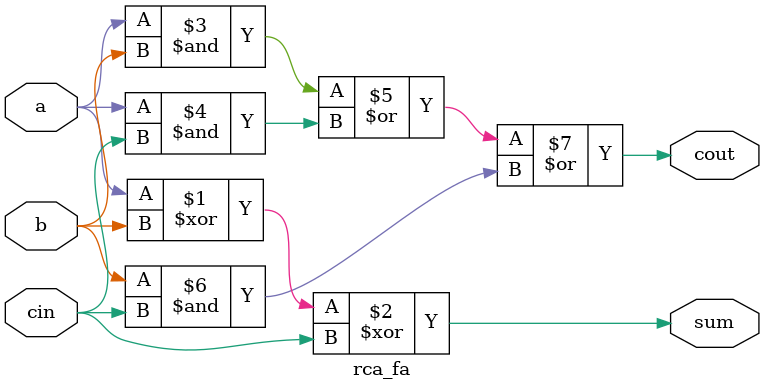
<source format=v>
module rca_fa (
    input a, b, cin,
    output sum, cout
);

    assign sum = a ^ b ^ cin;
    assign cout = (a & b) | (a & cin) | (b & cin);
endmodule
</source>
